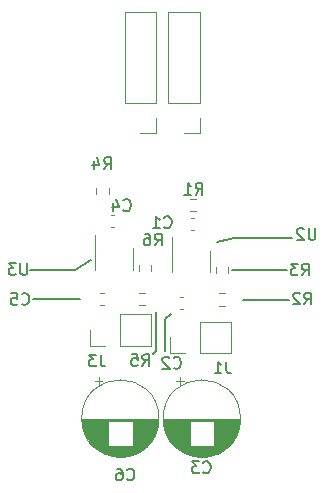
<source format=gbr>
%TF.GenerationSoftware,KiCad,Pcbnew,(6.0.2)*%
%TF.CreationDate,2023-01-30T04:02:28+03:00*%
%TF.ProjectId,Shield_Emergent,53686965-6c64-45f4-956d-657267656e74,rev?*%
%TF.SameCoordinates,Original*%
%TF.FileFunction,Legend,Bot*%
%TF.FilePolarity,Positive*%
%FSLAX46Y46*%
G04 Gerber Fmt 4.6, Leading zero omitted, Abs format (unit mm)*
G04 Created by KiCad (PCBNEW (6.0.2)) date 2023-01-30 04:02:28*
%MOMM*%
%LPD*%
G01*
G04 APERTURE LIST*
%ADD10C,0.150000*%
%ADD11C,0.120000*%
G04 APERTURE END LIST*
D10*
X37950000Y-54450000D02*
X38450000Y-54000000D01*
X30350000Y-50250000D02*
X31700000Y-49450000D01*
X48750000Y-47600000D02*
X43800000Y-47600000D01*
X37250000Y-57150000D02*
X37000000Y-57400000D01*
X26550000Y-50250000D02*
X30350000Y-50250000D01*
X48300000Y-50250000D02*
X43700000Y-50250000D01*
X37950000Y-57150000D02*
X37950000Y-54450000D01*
X48500000Y-52800000D02*
X44550000Y-52800000D01*
X37250000Y-53850000D02*
X37250000Y-57150000D01*
X26800000Y-52750000D02*
X30800000Y-52750000D01*
X43800000Y-47600000D02*
X42400000Y-47900000D01*
X43700000Y-50250000D02*
X43650000Y-50250000D01*
%TO.C,R4*%
X32816666Y-41752380D02*
X33150000Y-41276190D01*
X33388095Y-41752380D02*
X33388095Y-40752380D01*
X33007142Y-40752380D01*
X32911904Y-40800000D01*
X32864285Y-40847619D01*
X32816666Y-40942857D01*
X32816666Y-41085714D01*
X32864285Y-41180952D01*
X32911904Y-41228571D01*
X33007142Y-41276190D01*
X33388095Y-41276190D01*
X31959523Y-41085714D02*
X31959523Y-41752380D01*
X32197619Y-40704761D02*
X32435714Y-41419047D01*
X31816666Y-41419047D01*
%TO.C,C4*%
X34466666Y-45207142D02*
X34514285Y-45254761D01*
X34657142Y-45302380D01*
X34752380Y-45302380D01*
X34895238Y-45254761D01*
X34990476Y-45159523D01*
X35038095Y-45064285D01*
X35085714Y-44873809D01*
X35085714Y-44730952D01*
X35038095Y-44540476D01*
X34990476Y-44445238D01*
X34895238Y-44350000D01*
X34752380Y-44302380D01*
X34657142Y-44302380D01*
X34514285Y-44350000D01*
X34466666Y-44397619D01*
X33609523Y-44635714D02*
X33609523Y-45302380D01*
X33847619Y-44254761D02*
X34085714Y-44969047D01*
X33466666Y-44969047D01*
%TO.C,U3*%
X26311904Y-49702380D02*
X26311904Y-50511904D01*
X26264285Y-50607142D01*
X26216666Y-50654761D01*
X26121428Y-50702380D01*
X25930952Y-50702380D01*
X25835714Y-50654761D01*
X25788095Y-50607142D01*
X25740476Y-50511904D01*
X25740476Y-49702380D01*
X25359523Y-49702380D02*
X24740476Y-49702380D01*
X25073809Y-50083333D01*
X24930952Y-50083333D01*
X24835714Y-50130952D01*
X24788095Y-50178571D01*
X24740476Y-50273809D01*
X24740476Y-50511904D01*
X24788095Y-50607142D01*
X24835714Y-50654761D01*
X24930952Y-50702380D01*
X25216666Y-50702380D01*
X25311904Y-50654761D01*
X25359523Y-50607142D01*
%TO.C,C6*%
X34766666Y-68007142D02*
X34814285Y-68054761D01*
X34957142Y-68102380D01*
X35052380Y-68102380D01*
X35195238Y-68054761D01*
X35290476Y-67959523D01*
X35338095Y-67864285D01*
X35385714Y-67673809D01*
X35385714Y-67530952D01*
X35338095Y-67340476D01*
X35290476Y-67245238D01*
X35195238Y-67150000D01*
X35052380Y-67102380D01*
X34957142Y-67102380D01*
X34814285Y-67150000D01*
X34766666Y-67197619D01*
X33909523Y-67102380D02*
X34100000Y-67102380D01*
X34195238Y-67150000D01*
X34242857Y-67197619D01*
X34338095Y-67340476D01*
X34385714Y-67530952D01*
X34385714Y-67911904D01*
X34338095Y-68007142D01*
X34290476Y-68054761D01*
X34195238Y-68102380D01*
X34004761Y-68102380D01*
X33909523Y-68054761D01*
X33861904Y-68007142D01*
X33814285Y-67911904D01*
X33814285Y-67673809D01*
X33861904Y-67578571D01*
X33909523Y-67530952D01*
X34004761Y-67483333D01*
X34195238Y-67483333D01*
X34290476Y-67530952D01*
X34338095Y-67578571D01*
X34385714Y-67673809D01*
%TO.C,C2*%
X38716666Y-58557142D02*
X38764285Y-58604761D01*
X38907142Y-58652380D01*
X39002380Y-58652380D01*
X39145238Y-58604761D01*
X39240476Y-58509523D01*
X39288095Y-58414285D01*
X39335714Y-58223809D01*
X39335714Y-58080952D01*
X39288095Y-57890476D01*
X39240476Y-57795238D01*
X39145238Y-57700000D01*
X39002380Y-57652380D01*
X38907142Y-57652380D01*
X38764285Y-57700000D01*
X38716666Y-57747619D01*
X38335714Y-57747619D02*
X38288095Y-57700000D01*
X38192857Y-57652380D01*
X37954761Y-57652380D01*
X37859523Y-57700000D01*
X37811904Y-57747619D01*
X37764285Y-57842857D01*
X37764285Y-57938095D01*
X37811904Y-58080952D01*
X38383333Y-58652380D01*
X37764285Y-58652380D01*
%TO.C,R2*%
X49766666Y-53202380D02*
X50100000Y-52726190D01*
X50338095Y-53202380D02*
X50338095Y-52202380D01*
X49957142Y-52202380D01*
X49861904Y-52250000D01*
X49814285Y-52297619D01*
X49766666Y-52392857D01*
X49766666Y-52535714D01*
X49814285Y-52630952D01*
X49861904Y-52678571D01*
X49957142Y-52726190D01*
X50338095Y-52726190D01*
X49385714Y-52297619D02*
X49338095Y-52250000D01*
X49242857Y-52202380D01*
X49004761Y-52202380D01*
X48909523Y-52250000D01*
X48861904Y-52297619D01*
X48814285Y-52392857D01*
X48814285Y-52488095D01*
X48861904Y-52630952D01*
X49433333Y-53202380D01*
X48814285Y-53202380D01*
%TO.C,J3*%
X32533333Y-57452380D02*
X32533333Y-58166666D01*
X32580952Y-58309523D01*
X32676190Y-58404761D01*
X32819047Y-58452380D01*
X32914285Y-58452380D01*
X32152380Y-57452380D02*
X31533333Y-57452380D01*
X31866666Y-57833333D01*
X31723809Y-57833333D01*
X31628571Y-57880952D01*
X31580952Y-57928571D01*
X31533333Y-58023809D01*
X31533333Y-58261904D01*
X31580952Y-58357142D01*
X31628571Y-58404761D01*
X31723809Y-58452380D01*
X32009523Y-58452380D01*
X32104761Y-58404761D01*
X32152380Y-58357142D01*
%TO.C,R1*%
X40566666Y-43902380D02*
X40900000Y-43426190D01*
X41138095Y-43902380D02*
X41138095Y-42902380D01*
X40757142Y-42902380D01*
X40661904Y-42950000D01*
X40614285Y-42997619D01*
X40566666Y-43092857D01*
X40566666Y-43235714D01*
X40614285Y-43330952D01*
X40661904Y-43378571D01*
X40757142Y-43426190D01*
X41138095Y-43426190D01*
X39614285Y-43902380D02*
X40185714Y-43902380D01*
X39900000Y-43902380D02*
X39900000Y-42902380D01*
X39995238Y-43045238D01*
X40090476Y-43140476D01*
X40185714Y-43188095D01*
%TO.C,R3*%
X49566666Y-50752380D02*
X49900000Y-50276190D01*
X50138095Y-50752380D02*
X50138095Y-49752380D01*
X49757142Y-49752380D01*
X49661904Y-49800000D01*
X49614285Y-49847619D01*
X49566666Y-49942857D01*
X49566666Y-50085714D01*
X49614285Y-50180952D01*
X49661904Y-50228571D01*
X49757142Y-50276190D01*
X50138095Y-50276190D01*
X49233333Y-49752380D02*
X48614285Y-49752380D01*
X48947619Y-50133333D01*
X48804761Y-50133333D01*
X48709523Y-50180952D01*
X48661904Y-50228571D01*
X48614285Y-50323809D01*
X48614285Y-50561904D01*
X48661904Y-50657142D01*
X48709523Y-50704761D01*
X48804761Y-50752380D01*
X49090476Y-50752380D01*
X49185714Y-50704761D01*
X49233333Y-50657142D01*
%TO.C,C5*%
X25866666Y-53157142D02*
X25914285Y-53204761D01*
X26057142Y-53252380D01*
X26152380Y-53252380D01*
X26295238Y-53204761D01*
X26390476Y-53109523D01*
X26438095Y-53014285D01*
X26485714Y-52823809D01*
X26485714Y-52680952D01*
X26438095Y-52490476D01*
X26390476Y-52395238D01*
X26295238Y-52300000D01*
X26152380Y-52252380D01*
X26057142Y-52252380D01*
X25914285Y-52300000D01*
X25866666Y-52347619D01*
X24961904Y-52252380D02*
X25438095Y-52252380D01*
X25485714Y-52728571D01*
X25438095Y-52680952D01*
X25342857Y-52633333D01*
X25104761Y-52633333D01*
X25009523Y-52680952D01*
X24961904Y-52728571D01*
X24914285Y-52823809D01*
X24914285Y-53061904D01*
X24961904Y-53157142D01*
X25009523Y-53204761D01*
X25104761Y-53252380D01*
X25342857Y-53252380D01*
X25438095Y-53204761D01*
X25485714Y-53157142D01*
%TO.C,U2*%
X50711904Y-46752380D02*
X50711904Y-47561904D01*
X50664285Y-47657142D01*
X50616666Y-47704761D01*
X50521428Y-47752380D01*
X50330952Y-47752380D01*
X50235714Y-47704761D01*
X50188095Y-47657142D01*
X50140476Y-47561904D01*
X50140476Y-46752380D01*
X49711904Y-46847619D02*
X49664285Y-46800000D01*
X49569047Y-46752380D01*
X49330952Y-46752380D01*
X49235714Y-46800000D01*
X49188095Y-46847619D01*
X49140476Y-46942857D01*
X49140476Y-47038095D01*
X49188095Y-47180952D01*
X49759523Y-47752380D01*
X49140476Y-47752380D01*
%TO.C,C1*%
X37916666Y-46657142D02*
X37964285Y-46704761D01*
X38107142Y-46752380D01*
X38202380Y-46752380D01*
X38345238Y-46704761D01*
X38440476Y-46609523D01*
X38488095Y-46514285D01*
X38535714Y-46323809D01*
X38535714Y-46180952D01*
X38488095Y-45990476D01*
X38440476Y-45895238D01*
X38345238Y-45800000D01*
X38202380Y-45752380D01*
X38107142Y-45752380D01*
X37964285Y-45800000D01*
X37916666Y-45847619D01*
X36964285Y-46752380D02*
X37535714Y-46752380D01*
X37250000Y-46752380D02*
X37250000Y-45752380D01*
X37345238Y-45895238D01*
X37440476Y-45990476D01*
X37535714Y-46038095D01*
%TO.C,C3*%
X41216666Y-67407142D02*
X41264285Y-67454761D01*
X41407142Y-67502380D01*
X41502380Y-67502380D01*
X41645238Y-67454761D01*
X41740476Y-67359523D01*
X41788095Y-67264285D01*
X41835714Y-67073809D01*
X41835714Y-66930952D01*
X41788095Y-66740476D01*
X41740476Y-66645238D01*
X41645238Y-66550000D01*
X41502380Y-66502380D01*
X41407142Y-66502380D01*
X41264285Y-66550000D01*
X41216666Y-66597619D01*
X40883333Y-66502380D02*
X40264285Y-66502380D01*
X40597619Y-66883333D01*
X40454761Y-66883333D01*
X40359523Y-66930952D01*
X40311904Y-66978571D01*
X40264285Y-67073809D01*
X40264285Y-67311904D01*
X40311904Y-67407142D01*
X40359523Y-67454761D01*
X40454761Y-67502380D01*
X40740476Y-67502380D01*
X40835714Y-67454761D01*
X40883333Y-67407142D01*
%TO.C,R6*%
X37116666Y-48202380D02*
X37450000Y-47726190D01*
X37688095Y-48202380D02*
X37688095Y-47202380D01*
X37307142Y-47202380D01*
X37211904Y-47250000D01*
X37164285Y-47297619D01*
X37116666Y-47392857D01*
X37116666Y-47535714D01*
X37164285Y-47630952D01*
X37211904Y-47678571D01*
X37307142Y-47726190D01*
X37688095Y-47726190D01*
X36259523Y-47202380D02*
X36450000Y-47202380D01*
X36545238Y-47250000D01*
X36592857Y-47297619D01*
X36688095Y-47440476D01*
X36735714Y-47630952D01*
X36735714Y-48011904D01*
X36688095Y-48107142D01*
X36640476Y-48154761D01*
X36545238Y-48202380D01*
X36354761Y-48202380D01*
X36259523Y-48154761D01*
X36211904Y-48107142D01*
X36164285Y-48011904D01*
X36164285Y-47773809D01*
X36211904Y-47678571D01*
X36259523Y-47630952D01*
X36354761Y-47583333D01*
X36545238Y-47583333D01*
X36640476Y-47630952D01*
X36688095Y-47678571D01*
X36735714Y-47773809D01*
%TO.C,R5*%
X36066666Y-58402380D02*
X36400000Y-57926190D01*
X36638095Y-58402380D02*
X36638095Y-57402380D01*
X36257142Y-57402380D01*
X36161904Y-57450000D01*
X36114285Y-57497619D01*
X36066666Y-57592857D01*
X36066666Y-57735714D01*
X36114285Y-57830952D01*
X36161904Y-57878571D01*
X36257142Y-57926190D01*
X36638095Y-57926190D01*
X35161904Y-57402380D02*
X35638095Y-57402380D01*
X35685714Y-57878571D01*
X35638095Y-57830952D01*
X35542857Y-57783333D01*
X35304761Y-57783333D01*
X35209523Y-57830952D01*
X35161904Y-57878571D01*
X35114285Y-57973809D01*
X35114285Y-58211904D01*
X35161904Y-58307142D01*
X35209523Y-58354761D01*
X35304761Y-58402380D01*
X35542857Y-58402380D01*
X35638095Y-58354761D01*
X35685714Y-58307142D01*
%TO.C,J1*%
X43183333Y-58052380D02*
X43183333Y-58766666D01*
X43230952Y-58909523D01*
X43326190Y-59004761D01*
X43469047Y-59052380D01*
X43564285Y-59052380D01*
X42183333Y-59052380D02*
X42754761Y-59052380D01*
X42469047Y-59052380D02*
X42469047Y-58052380D01*
X42564285Y-58195238D01*
X42659523Y-58290476D01*
X42754761Y-58338095D01*
D11*
%TO.C,R4*%
X32177500Y-43854724D02*
X32177500Y-43345276D01*
X33222500Y-43854724D02*
X33222500Y-43345276D01*
%TO.C,C4*%
X33403733Y-46660000D02*
X33696267Y-46660000D01*
X33403733Y-45640000D02*
X33696267Y-45640000D01*
%TO.C,U3*%
X32040000Y-50250000D02*
X32040000Y-47300000D01*
X35260000Y-48450000D02*
X35260000Y-50250000D01*
%TO.C,C6*%
X31025000Y-63467621D02*
X33160000Y-63467621D01*
X35240000Y-63908621D02*
X37261000Y-63908621D01*
X32205000Y-65428621D02*
X36195000Y-65428621D01*
X35240000Y-63227621D02*
X37411000Y-63227621D01*
X35240000Y-64308621D02*
X37096000Y-64308621D01*
X30989000Y-63227621D02*
X33160000Y-63227621D01*
X31857000Y-65108621D02*
X33160000Y-65108621D01*
X31079000Y-63708621D02*
X33160000Y-63708621D01*
X35240000Y-63267621D02*
X37406000Y-63267621D01*
X31410000Y-64508621D02*
X33160000Y-64508621D01*
X31895000Y-65148621D02*
X33160000Y-65148621D01*
X30970000Y-62867621D02*
X37430000Y-62867621D01*
X30970000Y-62947621D02*
X37430000Y-62947621D01*
X31652000Y-64868621D02*
X33160000Y-64868621D01*
X35240000Y-63187621D02*
X37415000Y-63187621D01*
X35240000Y-64668621D02*
X36890000Y-64668621D01*
X35240000Y-64348621D02*
X37076000Y-64348621D01*
X35240000Y-64588621D02*
X36942000Y-64588621D01*
X30970000Y-62907621D02*
X37430000Y-62907621D01*
X35240000Y-64868621D02*
X36748000Y-64868621D01*
X31593000Y-64788621D02*
X33160000Y-64788621D01*
X32046000Y-59682380D02*
X32676000Y-59682380D01*
X32156000Y-65388621D02*
X36244000Y-65388621D01*
X35240000Y-64108621D02*
X37186000Y-64108621D01*
X35240000Y-63668621D02*
X37331000Y-63668621D01*
X35240000Y-63828621D02*
X37286000Y-63828621D01*
X31059000Y-63628621D02*
X33160000Y-63628621D01*
X31230000Y-64148621D02*
X33160000Y-64148621D01*
X35240000Y-64068621D02*
X37202000Y-64068621D01*
X30973000Y-63027621D02*
X37427000Y-63027621D01*
X35240000Y-65148621D02*
X36505000Y-65148621D01*
X31458000Y-64588621D02*
X33160000Y-64588621D01*
X31484000Y-64628621D02*
X33160000Y-64628621D01*
X31126000Y-63868621D02*
X33160000Y-63868621D01*
X31388000Y-64468621D02*
X33160000Y-64468621D01*
X35240000Y-64508621D02*
X36990000Y-64508621D01*
X35240000Y-64268621D02*
X37116000Y-64268621D01*
X32424000Y-65588621D02*
X35976000Y-65588621D01*
X31050000Y-63588621D02*
X33160000Y-63588621D01*
X31510000Y-64668621D02*
X33160000Y-64668621D01*
X35240000Y-64148621D02*
X37170000Y-64148621D01*
X33260000Y-65988621D02*
X35140000Y-65988621D01*
X31434000Y-64548621D02*
X33160000Y-64548621D01*
X31005000Y-63347621D02*
X33160000Y-63347621D01*
X35240000Y-64708621D02*
X36864000Y-64708621D01*
X30985000Y-63187621D02*
X33160000Y-63187621D01*
X31153000Y-63948621D02*
X33160000Y-63948621D01*
X30999000Y-63307621D02*
X33160000Y-63307621D01*
X31102000Y-63788621D02*
X33160000Y-63788621D01*
X31976000Y-65228621D02*
X36424000Y-65228621D01*
X31324000Y-64348621D02*
X33160000Y-64348621D01*
X35240000Y-65068621D02*
X36580000Y-65068621D01*
X31069000Y-63668621D02*
X33160000Y-63668621D01*
X35240000Y-63708621D02*
X37321000Y-63708621D01*
X35240000Y-65028621D02*
X36616000Y-65028621D01*
X35240000Y-63748621D02*
X37310000Y-63748621D01*
X35240000Y-63107621D02*
X37422000Y-63107621D01*
X31536000Y-64708621D02*
X33160000Y-64708621D01*
X31033000Y-63507621D02*
X33160000Y-63507621D01*
X32550000Y-65668621D02*
X35850000Y-65668621D01*
X33798000Y-66108621D02*
X34602000Y-66108621D01*
X35240000Y-64748621D02*
X36836000Y-64748621D01*
X35240000Y-64788621D02*
X36807000Y-64788621D01*
X35240000Y-63588621D02*
X37350000Y-63588621D01*
X32366000Y-65548621D02*
X36034000Y-65548621D01*
X31784000Y-65028621D02*
X33160000Y-65028621D01*
X32310000Y-65508621D02*
X36090000Y-65508621D01*
X35240000Y-63948621D02*
X37247000Y-63948621D01*
X32768000Y-65788621D02*
X35632000Y-65788621D01*
X31041000Y-63547621D02*
X33160000Y-63547621D01*
X32619000Y-65708621D02*
X35781000Y-65708621D01*
X30978000Y-63107621D02*
X33160000Y-63107621D01*
X32256000Y-65468621D02*
X36144000Y-65468621D01*
X35240000Y-63507621D02*
X37367000Y-63507621D01*
X35240000Y-64628621D02*
X36916000Y-64628621D01*
X30994000Y-63267621D02*
X33160000Y-63267621D01*
X31266000Y-64228621D02*
X33160000Y-64228621D01*
X33398000Y-66028621D02*
X35002000Y-66028621D01*
X35240000Y-64388621D02*
X37056000Y-64388621D01*
X35240000Y-63788621D02*
X37298000Y-63788621D01*
X31366000Y-64428621D02*
X33160000Y-64428621D01*
X35240000Y-63307621D02*
X37401000Y-63307621D01*
X31182000Y-64028621D02*
X33160000Y-64028621D01*
X31248000Y-64188621D02*
X33160000Y-64188621D01*
X31198000Y-64068621D02*
X33160000Y-64068621D01*
X35240000Y-63988621D02*
X37233000Y-63988621D01*
X35240000Y-64228621D02*
X37134000Y-64228621D01*
X35240000Y-64828621D02*
X36778000Y-64828621D01*
X35240000Y-64028621D02*
X37218000Y-64028621D01*
X31344000Y-64388621D02*
X33160000Y-64388621D01*
X32108000Y-65348621D02*
X36292000Y-65348621D01*
X31935000Y-65188621D02*
X36465000Y-65188621D01*
X35240000Y-65108621D02*
X36543000Y-65108621D01*
X30972000Y-62987621D02*
X37428000Y-62987621D01*
X33141000Y-65948621D02*
X35259000Y-65948621D01*
X32361000Y-59367380D02*
X32361000Y-59997380D01*
X35240000Y-64948621D02*
X36684000Y-64948621D01*
X31018000Y-63427621D02*
X33160000Y-63427621D01*
X31716000Y-64948621D02*
X33160000Y-64948621D01*
X33035000Y-65908621D02*
X35365000Y-65908621D01*
X31684000Y-64908621D02*
X33160000Y-64908621D01*
X35240000Y-63387621D02*
X37389000Y-63387621D01*
X35240000Y-63628621D02*
X37341000Y-63628621D01*
X35240000Y-63147621D02*
X37418000Y-63147621D01*
X30976000Y-63067621D02*
X37424000Y-63067621D01*
X32850000Y-65828621D02*
X35550000Y-65828621D01*
X31114000Y-63828621D02*
X33160000Y-63828621D01*
X31139000Y-63908621D02*
X33160000Y-63908621D01*
X35240000Y-63868621D02*
X37274000Y-63868621D01*
X31284000Y-64268621D02*
X33160000Y-64268621D01*
X32486000Y-65628621D02*
X35914000Y-65628621D01*
X35240000Y-64428621D02*
X37034000Y-64428621D01*
X32063000Y-65308621D02*
X36337000Y-65308621D01*
X35240000Y-64908621D02*
X36716000Y-64908621D01*
X35240000Y-63427621D02*
X37382000Y-63427621D01*
X35240000Y-64548621D02*
X36966000Y-64548621D01*
X31564000Y-64748621D02*
X33160000Y-64748621D01*
X35240000Y-63467621D02*
X37375000Y-63467621D01*
X31214000Y-64108621D02*
X33160000Y-64108621D01*
X32691000Y-65748621D02*
X35709000Y-65748621D01*
X30982000Y-63147621D02*
X33160000Y-63147621D01*
X31011000Y-63387621D02*
X33160000Y-63387621D01*
X35240000Y-64988621D02*
X36650000Y-64988621D01*
X31750000Y-64988621D02*
X33160000Y-64988621D01*
X32938000Y-65868621D02*
X35462000Y-65868621D01*
X31090000Y-63748621D02*
X33160000Y-63748621D01*
X35240000Y-64188621D02*
X37152000Y-64188621D01*
X35240000Y-64468621D02*
X37012000Y-64468621D01*
X33567000Y-66068621D02*
X34833000Y-66068621D01*
X31304000Y-64308621D02*
X33160000Y-64308621D01*
X32018000Y-65268621D02*
X36382000Y-65268621D01*
X31167000Y-63988621D02*
X33160000Y-63988621D01*
X35240000Y-63347621D02*
X37395000Y-63347621D01*
X35240000Y-63547621D02*
X37359000Y-63547621D01*
X31622000Y-64828621D02*
X33160000Y-64828621D01*
X31820000Y-65068621D02*
X33160000Y-65068621D01*
X37470000Y-62867621D02*
G75*
G03*
X37470000Y-62867621I-3270000J0D01*
G01*
%TO.C,C2*%
X39546267Y-52590000D02*
X39253733Y-52590000D01*
X39546267Y-53610000D02*
X39253733Y-53610000D01*
%TO.C,J4*%
X37230000Y-38730000D02*
X37230000Y-37400000D01*
X37230000Y-36130000D02*
X37230000Y-28450000D01*
X34570000Y-36130000D02*
X34570000Y-28450000D01*
X34570000Y-36130000D02*
X37230000Y-36130000D01*
X34570000Y-28450000D02*
X37230000Y-28450000D01*
X35900000Y-38730000D02*
X37230000Y-38730000D01*
%TO.C,R2*%
X42545276Y-53322500D02*
X43054724Y-53322500D01*
X42545276Y-52277500D02*
X43054724Y-52277500D01*
%TO.C,J2*%
X38270000Y-36130000D02*
X38270000Y-28450000D01*
X38270000Y-28450000D02*
X40930000Y-28450000D01*
X40930000Y-38730000D02*
X40930000Y-37400000D01*
X38270000Y-36130000D02*
X40930000Y-36130000D01*
X39600000Y-38730000D02*
X40930000Y-38730000D01*
X40930000Y-36130000D02*
X40930000Y-28450000D01*
%TO.C,J3*%
X31595000Y-56717500D02*
X32925000Y-56717500D01*
X31595000Y-55387500D02*
X31595000Y-56717500D01*
X34195000Y-56717500D02*
X36795000Y-56717500D01*
X36795000Y-54057500D02*
X36795000Y-56717500D01*
X34195000Y-54057500D02*
X34195000Y-56717500D01*
X34195000Y-54057500D02*
X36795000Y-54057500D01*
%TO.C,R1*%
X40057776Y-44265000D02*
X40567224Y-44265000D01*
X40057776Y-45310000D02*
X40567224Y-45310000D01*
%TO.C,R3*%
X42267500Y-50567224D02*
X42267500Y-50057776D01*
X43312500Y-50567224D02*
X43312500Y-50057776D01*
%TO.C,C5*%
X32786267Y-53272500D02*
X32493733Y-53272500D01*
X32786267Y-52252500D02*
X32493733Y-52252500D01*
%TO.C,U2*%
X41800000Y-48662500D02*
X41800000Y-50462500D01*
X38580000Y-50462500D02*
X38580000Y-47512500D01*
%TO.C,C1*%
X40143733Y-46872500D02*
X40436267Y-46872500D01*
X40143733Y-45852500D02*
X40436267Y-45852500D01*
%TO.C,C3*%
X38720000Y-65068621D02*
X40060000Y-65068621D01*
X38204000Y-64308621D02*
X40060000Y-64308621D01*
X42140000Y-63547621D02*
X44259000Y-63547621D01*
X37870000Y-62867621D02*
X44330000Y-62867621D01*
X38067000Y-63988621D02*
X40060000Y-63988621D01*
X39591000Y-65748621D02*
X42609000Y-65748621D01*
X39261000Y-59367380D02*
X39261000Y-59997380D01*
X38650000Y-64988621D02*
X40060000Y-64988621D01*
X42140000Y-63227621D02*
X44311000Y-63227621D01*
X42140000Y-64748621D02*
X43736000Y-64748621D01*
X39386000Y-65628621D02*
X42814000Y-65628621D01*
X37870000Y-62907621D02*
X44330000Y-62907621D01*
X37885000Y-63187621D02*
X40060000Y-63187621D01*
X42140000Y-64068621D02*
X44102000Y-64068621D01*
X38946000Y-59682380D02*
X39576000Y-59682380D01*
X39266000Y-65548621D02*
X42934000Y-65548621D01*
X42140000Y-64548621D02*
X43866000Y-64548621D01*
X42140000Y-63147621D02*
X44318000Y-63147621D01*
X38358000Y-64588621D02*
X40060000Y-64588621D01*
X38098000Y-64068621D02*
X40060000Y-64068621D01*
X42140000Y-64428621D02*
X43934000Y-64428621D01*
X38464000Y-64748621D02*
X40060000Y-64748621D01*
X42140000Y-63788621D02*
X44198000Y-63788621D01*
X42140000Y-63868621D02*
X44174000Y-63868621D01*
X38493000Y-64788621D02*
X40060000Y-64788621D01*
X37899000Y-63307621D02*
X40060000Y-63307621D01*
X42140000Y-63107621D02*
X44322000Y-63107621D01*
X42140000Y-64908621D02*
X43616000Y-64908621D01*
X42140000Y-64308621D02*
X43996000Y-64308621D01*
X37870000Y-62947621D02*
X44330000Y-62947621D01*
X38310000Y-64508621D02*
X40060000Y-64508621D01*
X37941000Y-63547621D02*
X40060000Y-63547621D01*
X42140000Y-64508621D02*
X43890000Y-64508621D01*
X42140000Y-63267621D02*
X44306000Y-63267621D01*
X42140000Y-65068621D02*
X43480000Y-65068621D01*
X42140000Y-63427621D02*
X44282000Y-63427621D01*
X42140000Y-63748621D02*
X44210000Y-63748621D01*
X39156000Y-65468621D02*
X43044000Y-65468621D01*
X37905000Y-63347621D02*
X40060000Y-63347621D01*
X40698000Y-66108621D02*
X41502000Y-66108621D01*
X42140000Y-65028621D02*
X43516000Y-65028621D01*
X38184000Y-64268621D02*
X40060000Y-64268621D01*
X42140000Y-63828621D02*
X44186000Y-63828621D01*
X38876000Y-65228621D02*
X43324000Y-65228621D01*
X38266000Y-64428621D02*
X40060000Y-64428621D01*
X38224000Y-64348621D02*
X40060000Y-64348621D01*
X37911000Y-63387621D02*
X40060000Y-63387621D01*
X38616000Y-64948621D02*
X40060000Y-64948621D01*
X37990000Y-63748621D02*
X40060000Y-63748621D01*
X42140000Y-64108621D02*
X44086000Y-64108621D01*
X40467000Y-66068621D02*
X41733000Y-66068621D01*
X37933000Y-63507621D02*
X40060000Y-63507621D01*
X42140000Y-65108621D02*
X43443000Y-65108621D01*
X37979000Y-63708621D02*
X40060000Y-63708621D01*
X42140000Y-65148621D02*
X43405000Y-65148621D01*
X37950000Y-63588621D02*
X40060000Y-63588621D01*
X38410000Y-64668621D02*
X40060000Y-64668621D01*
X37878000Y-63107621D02*
X40060000Y-63107621D01*
X38148000Y-64188621D02*
X40060000Y-64188621D01*
X40041000Y-65948621D02*
X42159000Y-65948621D01*
X42140000Y-63708621D02*
X44221000Y-63708621D01*
X42140000Y-64148621D02*
X44070000Y-64148621D01*
X38584000Y-64908621D02*
X40060000Y-64908621D01*
X40160000Y-65988621D02*
X42040000Y-65988621D01*
X42140000Y-64348621D02*
X43976000Y-64348621D01*
X38130000Y-64148621D02*
X40060000Y-64148621D01*
X42140000Y-64268621D02*
X44016000Y-64268621D01*
X42140000Y-63628621D02*
X44241000Y-63628621D01*
X37925000Y-63467621D02*
X40060000Y-63467621D01*
X38026000Y-63868621D02*
X40060000Y-63868621D01*
X38039000Y-63908621D02*
X40060000Y-63908621D01*
X38552000Y-64868621D02*
X40060000Y-64868621D01*
X38757000Y-65108621D02*
X40060000Y-65108621D01*
X38522000Y-64828621D02*
X40060000Y-64828621D01*
X42140000Y-64468621D02*
X43912000Y-64468621D01*
X38436000Y-64708621D02*
X40060000Y-64708621D01*
X37882000Y-63147621D02*
X40060000Y-63147621D01*
X38795000Y-65148621D02*
X40060000Y-65148621D01*
X39105000Y-65428621D02*
X43095000Y-65428621D01*
X42140000Y-64988621D02*
X43550000Y-64988621D01*
X42140000Y-63347621D02*
X44295000Y-63347621D01*
X37918000Y-63427621D02*
X40060000Y-63427621D01*
X38918000Y-65268621D02*
X43282000Y-65268621D01*
X42140000Y-64028621D02*
X44118000Y-64028621D01*
X38384000Y-64628621D02*
X40060000Y-64628621D01*
X37872000Y-62987621D02*
X44328000Y-62987621D01*
X38053000Y-63948621D02*
X40060000Y-63948621D01*
X39750000Y-65828621D02*
X42450000Y-65828621D01*
X42140000Y-64708621D02*
X43764000Y-64708621D01*
X39668000Y-65788621D02*
X42532000Y-65788621D01*
X42140000Y-63908621D02*
X44161000Y-63908621D01*
X42140000Y-64388621D02*
X43956000Y-64388621D01*
X42140000Y-64788621D02*
X43707000Y-64788621D01*
X37876000Y-63067621D02*
X44324000Y-63067621D01*
X38166000Y-64228621D02*
X40060000Y-64228621D01*
X37894000Y-63267621D02*
X40060000Y-63267621D01*
X38114000Y-64108621D02*
X40060000Y-64108621D01*
X42140000Y-63988621D02*
X44133000Y-63988621D01*
X39008000Y-65348621D02*
X43192000Y-65348621D01*
X42140000Y-64948621D02*
X43584000Y-64948621D01*
X39838000Y-65868621D02*
X42362000Y-65868621D01*
X42140000Y-63588621D02*
X44250000Y-63588621D01*
X39935000Y-65908621D02*
X42265000Y-65908621D01*
X42140000Y-63948621D02*
X44147000Y-63948621D01*
X42140000Y-64868621D02*
X43648000Y-64868621D01*
X37873000Y-63027621D02*
X44327000Y-63027621D01*
X42140000Y-63387621D02*
X44289000Y-63387621D01*
X42140000Y-64228621D02*
X44034000Y-64228621D01*
X39324000Y-65588621D02*
X42876000Y-65588621D01*
X42140000Y-63187621D02*
X44315000Y-63187621D01*
X39210000Y-65508621D02*
X42990000Y-65508621D01*
X38014000Y-63828621D02*
X40060000Y-63828621D01*
X40298000Y-66028621D02*
X41902000Y-66028621D01*
X42140000Y-64188621D02*
X44052000Y-64188621D01*
X42140000Y-63467621D02*
X44275000Y-63467621D01*
X38334000Y-64548621D02*
X40060000Y-64548621D01*
X42140000Y-64588621D02*
X43842000Y-64588621D01*
X39056000Y-65388621D02*
X43144000Y-65388621D01*
X38082000Y-64028621D02*
X40060000Y-64028621D01*
X38684000Y-65028621D02*
X40060000Y-65028621D01*
X38963000Y-65308621D02*
X43237000Y-65308621D01*
X38288000Y-64468621D02*
X40060000Y-64468621D01*
X42140000Y-63668621D02*
X44231000Y-63668621D01*
X37959000Y-63628621D02*
X40060000Y-63628621D01*
X37889000Y-63227621D02*
X40060000Y-63227621D01*
X42140000Y-63507621D02*
X44267000Y-63507621D01*
X38002000Y-63788621D02*
X40060000Y-63788621D01*
X39450000Y-65668621D02*
X42750000Y-65668621D01*
X42140000Y-64628621D02*
X43816000Y-64628621D01*
X38835000Y-65188621D02*
X43365000Y-65188621D01*
X38244000Y-64388621D02*
X40060000Y-64388621D01*
X37969000Y-63668621D02*
X40060000Y-63668621D01*
X42140000Y-63307621D02*
X44301000Y-63307621D01*
X42140000Y-64668621D02*
X43790000Y-64668621D01*
X39519000Y-65708621D02*
X42681000Y-65708621D01*
X42140000Y-64828621D02*
X43678000Y-64828621D01*
X44370000Y-62867621D02*
G75*
G03*
X44370000Y-62867621I-3270000J0D01*
G01*
%TO.C,R6*%
X36822500Y-50354724D02*
X36822500Y-49845276D01*
X35777500Y-50354724D02*
X35777500Y-49845276D01*
%TO.C,R5*%
X35785276Y-53285000D02*
X36294724Y-53285000D01*
X35785276Y-52240000D02*
X36294724Y-52240000D01*
%TO.C,J1*%
X38370000Y-56000000D02*
X38370000Y-57330000D01*
X38370000Y-57330000D02*
X39700000Y-57330000D01*
X40970000Y-54670000D02*
X40970000Y-57330000D01*
X43570000Y-54670000D02*
X43570000Y-57330000D01*
X40970000Y-54670000D02*
X43570000Y-54670000D01*
X40970000Y-57330000D02*
X43570000Y-57330000D01*
%TD*%
M02*

</source>
